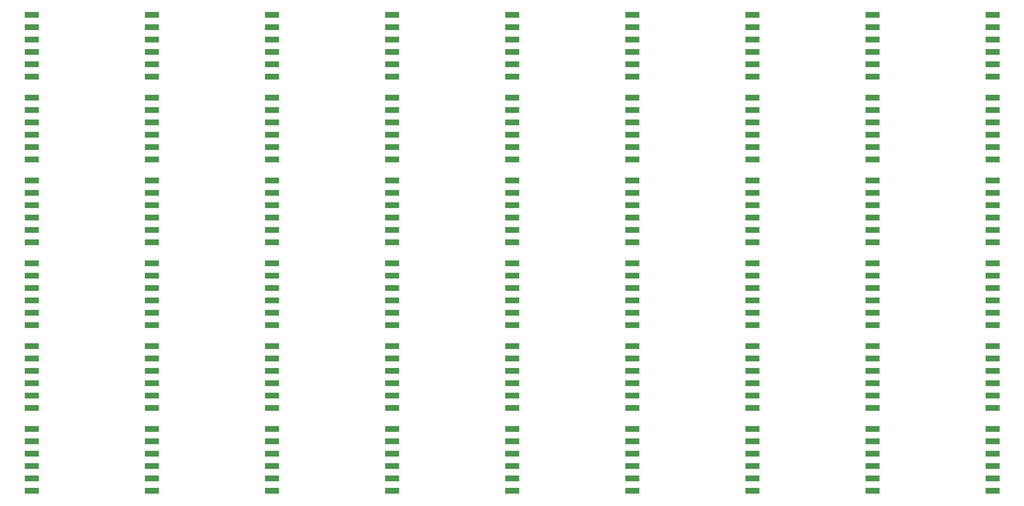
<source format=gbp>
G75*
%MOIN*%
%OFA0B0*%
%FSLAX25Y25*%
%IPPOS*%
%LPD*%
%AMOC8*
5,1,8,0,0,1.08239X$1,22.5*
%
%ADD10R,0.11811X0.04921*%
D10*
X0077266Y0036000D03*
X0077266Y0046000D03*
X0077266Y0056000D03*
X0077266Y0066000D03*
X0077266Y0076000D03*
X0077266Y0086000D03*
X0077266Y0103000D03*
X0077266Y0113000D03*
X0077266Y0123000D03*
X0077266Y0133000D03*
X0077266Y0143000D03*
X0077266Y0153000D03*
X0077266Y0170000D03*
X0077266Y0180000D03*
X0077266Y0190000D03*
X0077266Y0200000D03*
X0077266Y0210000D03*
X0077266Y0220000D03*
X0077266Y0237000D03*
X0077266Y0247000D03*
X0077266Y0257000D03*
X0077266Y0267000D03*
X0077266Y0277000D03*
X0077266Y0287000D03*
X0077266Y0304000D03*
X0077266Y0314000D03*
X0077266Y0324000D03*
X0077266Y0334000D03*
X0077266Y0344000D03*
X0077266Y0354000D03*
X0077266Y0371000D03*
X0077266Y0381000D03*
X0077266Y0391000D03*
X0077266Y0401000D03*
X0077266Y0411000D03*
X0077266Y0421000D03*
X0174266Y0421000D03*
X0174266Y0411000D03*
X0174266Y0401000D03*
X0174266Y0391000D03*
X0174266Y0381000D03*
X0174266Y0371000D03*
X0174266Y0354000D03*
X0174266Y0344000D03*
X0174266Y0334000D03*
X0174266Y0324000D03*
X0174266Y0314000D03*
X0174266Y0304000D03*
X0174266Y0287000D03*
X0174266Y0277000D03*
X0174266Y0267000D03*
X0174266Y0257000D03*
X0174266Y0247000D03*
X0174266Y0237000D03*
X0174266Y0220000D03*
X0174266Y0210000D03*
X0174266Y0200000D03*
X0174266Y0190000D03*
X0174266Y0180000D03*
X0174266Y0170000D03*
X0174266Y0153000D03*
X0174266Y0143000D03*
X0174266Y0133000D03*
X0174266Y0123000D03*
X0174266Y0113000D03*
X0174266Y0103000D03*
X0174266Y0086000D03*
X0174266Y0076000D03*
X0174266Y0066000D03*
X0174266Y0056000D03*
X0174266Y0046000D03*
X0174266Y0036000D03*
X0271266Y0036000D03*
X0271266Y0046000D03*
X0271266Y0056000D03*
X0271266Y0066000D03*
X0271266Y0076000D03*
X0271266Y0086000D03*
X0271266Y0103000D03*
X0271266Y0113000D03*
X0271266Y0123000D03*
X0271266Y0133000D03*
X0271266Y0143000D03*
X0271266Y0153000D03*
X0271266Y0170000D03*
X0271266Y0180000D03*
X0271266Y0190000D03*
X0271266Y0200000D03*
X0271266Y0210000D03*
X0271266Y0220000D03*
X0271266Y0237000D03*
X0271266Y0247000D03*
X0271266Y0257000D03*
X0271266Y0267000D03*
X0271266Y0277000D03*
X0271266Y0287000D03*
X0271266Y0304000D03*
X0271266Y0314000D03*
X0271266Y0324000D03*
X0271266Y0334000D03*
X0271266Y0344000D03*
X0271266Y0354000D03*
X0271266Y0371000D03*
X0271266Y0381000D03*
X0271266Y0391000D03*
X0271266Y0401000D03*
X0271266Y0411000D03*
X0271266Y0421000D03*
X0368266Y0421000D03*
X0368266Y0411000D03*
X0368266Y0401000D03*
X0368266Y0391000D03*
X0368266Y0381000D03*
X0368266Y0371000D03*
X0368266Y0354000D03*
X0368266Y0344000D03*
X0368266Y0334000D03*
X0368266Y0324000D03*
X0368266Y0314000D03*
X0368266Y0304000D03*
X0368266Y0287000D03*
X0368266Y0277000D03*
X0368266Y0267000D03*
X0368266Y0257000D03*
X0368266Y0247000D03*
X0368266Y0237000D03*
X0368266Y0220000D03*
X0368266Y0210000D03*
X0368266Y0200000D03*
X0368266Y0190000D03*
X0368266Y0180000D03*
X0368266Y0170000D03*
X0368266Y0153000D03*
X0368266Y0143000D03*
X0368266Y0133000D03*
X0368266Y0123000D03*
X0368266Y0113000D03*
X0368266Y0103000D03*
X0368266Y0086000D03*
X0368266Y0076000D03*
X0368266Y0066000D03*
X0368266Y0056000D03*
X0368266Y0046000D03*
X0368266Y0036000D03*
X0465266Y0036000D03*
X0465266Y0046000D03*
X0465266Y0056000D03*
X0465266Y0066000D03*
X0465266Y0076000D03*
X0465266Y0086000D03*
X0465266Y0103000D03*
X0465266Y0113000D03*
X0465266Y0123000D03*
X0465266Y0133000D03*
X0465266Y0143000D03*
X0465266Y0153000D03*
X0465266Y0170000D03*
X0465266Y0180000D03*
X0465266Y0190000D03*
X0465266Y0200000D03*
X0465266Y0210000D03*
X0465266Y0220000D03*
X0465266Y0237000D03*
X0465266Y0247000D03*
X0465266Y0257000D03*
X0465266Y0267000D03*
X0465266Y0277000D03*
X0465266Y0287000D03*
X0465266Y0304000D03*
X0465266Y0314000D03*
X0465266Y0324000D03*
X0465266Y0334000D03*
X0465266Y0344000D03*
X0465266Y0354000D03*
X0465266Y0371000D03*
X0465266Y0381000D03*
X0465266Y0391000D03*
X0465266Y0401000D03*
X0465266Y0411000D03*
X0465266Y0421000D03*
X0562266Y0421000D03*
X0562266Y0411000D03*
X0562266Y0401000D03*
X0562266Y0391000D03*
X0562266Y0381000D03*
X0562266Y0371000D03*
X0562266Y0354000D03*
X0562266Y0344000D03*
X0562266Y0334000D03*
X0562266Y0324000D03*
X0562266Y0314000D03*
X0562266Y0304000D03*
X0562266Y0287000D03*
X0562266Y0277000D03*
X0562266Y0267000D03*
X0562266Y0257000D03*
X0562266Y0247000D03*
X0562266Y0237000D03*
X0562266Y0220000D03*
X0562266Y0210000D03*
X0562266Y0200000D03*
X0562266Y0190000D03*
X0562266Y0180000D03*
X0562266Y0170000D03*
X0562266Y0153000D03*
X0562266Y0143000D03*
X0562266Y0133000D03*
X0562266Y0123000D03*
X0562266Y0113000D03*
X0562266Y0103000D03*
X0562266Y0086000D03*
X0562266Y0076000D03*
X0562266Y0066000D03*
X0562266Y0056000D03*
X0562266Y0046000D03*
X0562266Y0036000D03*
X0659266Y0036000D03*
X0659266Y0046000D03*
X0659266Y0056000D03*
X0659266Y0066000D03*
X0659266Y0076000D03*
X0659266Y0086000D03*
X0659266Y0103000D03*
X0659266Y0113000D03*
X0659266Y0123000D03*
X0659266Y0133000D03*
X0659266Y0143000D03*
X0659266Y0153000D03*
X0659266Y0170000D03*
X0659266Y0180000D03*
X0659266Y0190000D03*
X0659266Y0200000D03*
X0659266Y0210000D03*
X0659266Y0220000D03*
X0659266Y0237000D03*
X0659266Y0247000D03*
X0659266Y0257000D03*
X0659266Y0267000D03*
X0659266Y0277000D03*
X0659266Y0287000D03*
X0659266Y0304000D03*
X0659266Y0314000D03*
X0659266Y0324000D03*
X0659266Y0334000D03*
X0659266Y0344000D03*
X0659266Y0354000D03*
X0659266Y0371000D03*
X0659266Y0381000D03*
X0659266Y0391000D03*
X0659266Y0401000D03*
X0659266Y0411000D03*
X0659266Y0421000D03*
X0756266Y0421000D03*
X0756266Y0411000D03*
X0756266Y0401000D03*
X0756266Y0391000D03*
X0756266Y0381000D03*
X0756266Y0371000D03*
X0756266Y0354000D03*
X0756266Y0344000D03*
X0756266Y0334000D03*
X0756266Y0324000D03*
X0756266Y0314000D03*
X0756266Y0304000D03*
X0756266Y0287000D03*
X0756266Y0277000D03*
X0756266Y0267000D03*
X0756266Y0257000D03*
X0756266Y0247000D03*
X0756266Y0237000D03*
X0756266Y0220000D03*
X0756266Y0210000D03*
X0756266Y0200000D03*
X0756266Y0190000D03*
X0756266Y0180000D03*
X0756266Y0170000D03*
X0756266Y0153000D03*
X0756266Y0143000D03*
X0756266Y0133000D03*
X0756266Y0123000D03*
X0756266Y0113000D03*
X0756266Y0103000D03*
X0756266Y0086000D03*
X0756266Y0076000D03*
X0756266Y0066000D03*
X0756266Y0056000D03*
X0756266Y0046000D03*
X0756266Y0036000D03*
X0853266Y0036000D03*
X0853266Y0046000D03*
X0853266Y0056000D03*
X0853266Y0066000D03*
X0853266Y0076000D03*
X0853266Y0086000D03*
X0853266Y0103000D03*
X0853266Y0113000D03*
X0853266Y0123000D03*
X0853266Y0133000D03*
X0853266Y0143000D03*
X0853266Y0153000D03*
X0853266Y0170000D03*
X0853266Y0180000D03*
X0853266Y0190000D03*
X0853266Y0200000D03*
X0853266Y0210000D03*
X0853266Y0220000D03*
X0853266Y0237000D03*
X0853266Y0247000D03*
X0853266Y0257000D03*
X0853266Y0267000D03*
X0853266Y0277000D03*
X0853266Y0287000D03*
X0853266Y0304000D03*
X0853266Y0314000D03*
X0853266Y0324000D03*
X0853266Y0334000D03*
X0853266Y0344000D03*
X0853266Y0354000D03*
X0853266Y0371000D03*
X0853266Y0381000D03*
X0853266Y0391000D03*
X0853266Y0401000D03*
X0853266Y0411000D03*
X0853266Y0421000D03*
M02*

</source>
